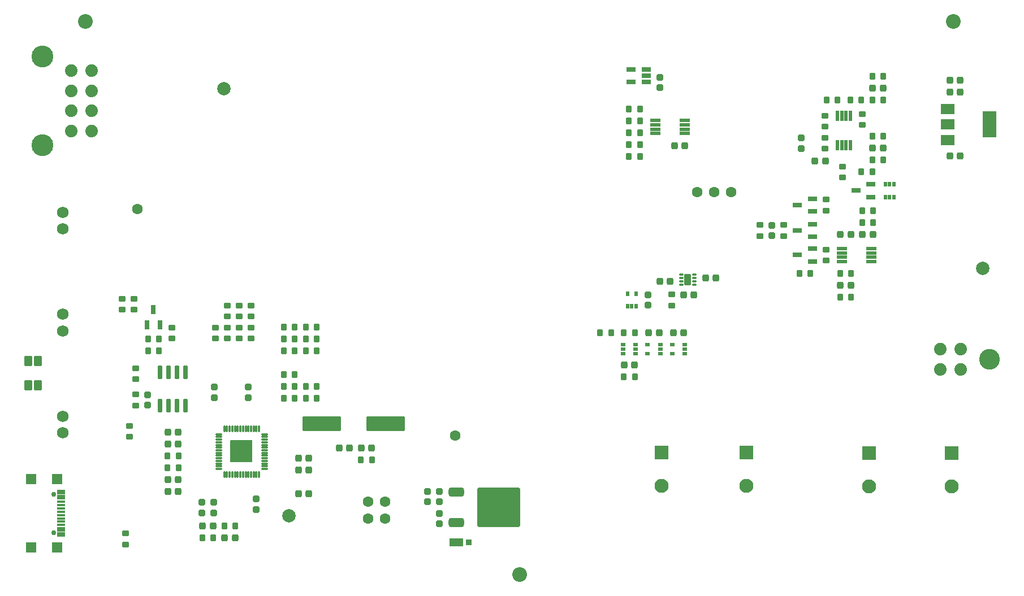
<source format=gbs>
G04 #@! TF.GenerationSoftware,KiCad,Pcbnew,7.0.1*
G04 #@! TF.CreationDate,2024-01-14T13:20:50-08:00*
G04 #@! TF.ProjectId,POWERCORE-V2.0_MOTHERBOARD,504f5745-5243-44f5-9245-2d56322e305f,rev?*
G04 #@! TF.SameCoordinates,PX791ddbePYb90347e*
G04 #@! TF.FileFunction,Soldermask,Bot*
G04 #@! TF.FilePolarity,Negative*
%FSLAX46Y46*%
G04 Gerber Fmt 4.6, Leading zero omitted, Abs format (unit mm)*
G04 Created by KiCad (PCBNEW 7.0.1) date 2024-01-14 13:20:50*
%MOMM*%
%LPD*%
G01*
G04 APERTURE LIST*
G04 Aperture macros list*
%AMRoundRect*
0 Rectangle with rounded corners*
0 $1 Rounding radius*
0 $2 $3 $4 $5 $6 $7 $8 $9 X,Y pos of 4 corners*
0 Add a 4 corners polygon primitive as box body*
4,1,4,$2,$3,$4,$5,$6,$7,$8,$9,$2,$3,0*
0 Add four circle primitives for the rounded corners*
1,1,$1+$1,$2,$3*
1,1,$1+$1,$4,$5*
1,1,$1+$1,$6,$7*
1,1,$1+$1,$8,$9*
0 Add four rect primitives between the rounded corners*
20,1,$1+$1,$2,$3,$4,$5,0*
20,1,$1+$1,$4,$5,$6,$7,0*
20,1,$1+$1,$6,$7,$8,$9,0*
20,1,$1+$1,$8,$9,$2,$3,0*%
G04 Aperture macros list end*
%ADD10C,1.879600*%
%ADD11C,3.276600*%
%ADD12C,1.752600*%
%ADD13C,2.201600*%
%ADD14RoundRect,0.050800X-1.000000X1.000000X-1.000000X-1.000000X1.000000X-1.000000X1.000000X1.000000X0*%
%ADD15C,2.101600*%
%ADD16C,3.101600*%
%ADD17RoundRect,0.250800X-0.275000X0.200000X-0.275000X-0.200000X0.275000X-0.200000X0.275000X0.200000X0*%
%ADD18RoundRect,0.275800X-0.250000X0.225000X-0.250000X-0.225000X0.250000X-0.225000X0.250000X0.225000X0*%
%ADD19RoundRect,0.250800X-0.200000X-0.275000X0.200000X-0.275000X0.200000X0.275000X-0.200000X0.275000X0*%
%ADD20RoundRect,0.275800X-0.225000X-0.250000X0.225000X-0.250000X0.225000X0.250000X-0.225000X0.250000X0*%
%ADD21RoundRect,0.050800X0.200000X-0.325000X0.200000X0.325000X-0.200000X0.325000X-0.200000X-0.325000X0*%
%ADD22RoundRect,0.250800X0.275000X-0.200000X0.275000X0.200000X-0.275000X0.200000X-0.275000X-0.200000X0*%
%ADD23RoundRect,0.275800X0.225000X0.250000X-0.225000X0.250000X-0.225000X-0.250000X0.225000X-0.250000X0*%
%ADD24C,1.601600*%
%ADD25RoundRect,0.250800X0.200000X0.275000X-0.200000X0.275000X-0.200000X-0.275000X0.200000X-0.275000X0*%
%ADD26RoundRect,0.200800X0.150000X-0.512500X0.150000X0.512500X-0.150000X0.512500X-0.150000X-0.512500X0*%
%ADD27RoundRect,0.300800X-0.850000X-0.350000X0.850000X-0.350000X0.850000X0.350000X-0.850000X0.350000X0*%
%ADD28RoundRect,0.300797X-2.950003X-2.650003X2.950003X-2.650003X2.950003X2.650003X-2.950003X2.650003X0*%
%ADD29RoundRect,0.050800X0.325000X0.200000X-0.325000X0.200000X-0.325000X-0.200000X0.325000X-0.200000X0*%
%ADD30RoundRect,0.275800X0.250000X-0.225000X0.250000X0.225000X-0.250000X0.225000X-0.250000X-0.225000X0*%
%ADD31RoundRect,0.100800X-0.050000X0.387500X-0.050000X-0.387500X0.050000X-0.387500X0.050000X0.387500X0*%
%ADD32RoundRect,0.100800X-0.387500X0.050000X-0.387500X-0.050000X0.387500X-0.050000X0.387500X0.050000X0*%
%ADD33RoundRect,0.050800X-1.600000X1.600000X-1.600000X-1.600000X1.600000X-1.600000X1.600000X1.600000X0*%
%ADD34RoundRect,0.200800X0.512500X0.150000X-0.512500X0.150000X-0.512500X-0.150000X0.512500X-0.150000X0*%
%ADD35RoundRect,0.050800X-0.325000X-0.200000X0.325000X-0.200000X0.325000X0.200000X-0.325000X0.200000X0*%
%ADD36RoundRect,0.050800X-0.200000X0.325000X-0.200000X-0.325000X0.200000X-0.325000X0.200000X0.325000X0*%
%ADD37RoundRect,0.050800X-0.725000X0.225000X-0.725000X-0.225000X0.725000X-0.225000X0.725000X0.225000X0*%
%ADD38RoundRect,0.200800X-0.150000X0.825000X-0.150000X-0.825000X0.150000X-0.825000X0.150000X0.825000X0*%
%ADD39RoundRect,0.050800X0.525000X-0.700000X0.525000X0.700000X-0.525000X0.700000X-0.525000X-0.700000X0*%
%ADD40RoundRect,0.050800X-1.000000X-0.550000X1.000000X-0.550000X1.000000X0.550000X-1.000000X0.550000X0*%
%ADD41RoundRect,0.050800X-0.400000X-0.400000X0.400000X-0.400000X0.400000X0.400000X-0.400000X0.400000X0*%
%ADD42RoundRect,0.050800X-0.250000X-0.125000X0.250000X-0.125000X0.250000X0.125000X-0.250000X0.125000X0*%
%ADD43RoundRect,0.050800X-0.450000X-0.800000X0.450000X-0.800000X0.450000X0.800000X-0.450000X0.800000X0*%
%ADD44C,2.000000*%
%ADD45RoundRect,0.050800X-1.000000X-0.750000X1.000000X-0.750000X1.000000X0.750000X-1.000000X0.750000X0*%
%ADD46RoundRect,0.050800X-1.000000X-1.900000X1.000000X-1.900000X1.000000X1.900000X-1.000000X1.900000X0*%
%ADD47RoundRect,0.050800X0.725000X-0.225000X0.725000X0.225000X-0.725000X0.225000X-0.725000X-0.225000X0*%
%ADD48RoundRect,0.050800X2.800000X1.050000X-2.800000X1.050000X-2.800000X-1.050000X2.800000X-1.050000X0*%
%ADD49RoundRect,0.050800X-0.225000X-0.725000X0.225000X-0.725000X0.225000X0.725000X-0.225000X0.725000X0*%
%ADD50C,0.751600*%
%ADD51RoundRect,0.050800X0.575000X-0.300000X0.575000X0.300000X-0.575000X0.300000X-0.575000X-0.300000X0*%
%ADD52RoundRect,0.050800X0.575000X-0.150000X0.575000X0.150000X-0.575000X0.150000X-0.575000X-0.150000X0*%
%ADD53RoundRect,0.050800X0.750000X-0.750000X0.750000X0.750000X-0.750000X0.750000X-0.750000X-0.750000X0*%
%ADD54RoundRect,0.050800X-0.750000X-0.750000X0.750000X-0.750000X0.750000X0.750000X-0.750000X0.750000X0*%
G04 APERTURE END LIST*
D10*
X7918000Y68584999D03*
X7918000Y71584999D03*
X7918000Y74584999D03*
X7918000Y77584999D03*
X10918000Y68584999D03*
X10918000Y71584999D03*
X10918000Y74584999D03*
X10918000Y77584999D03*
D11*
X3600000Y66430199D03*
X3600000Y79739799D03*
D12*
X6614322Y41100000D03*
X6614322Y38600000D03*
D13*
X75000002Y2102998D03*
D12*
X6614322Y56392060D03*
X6614322Y53892060D03*
D14*
X127381000Y20274677D03*
D15*
X127381000Y15274677D03*
D13*
X10000002Y84999998D03*
X140000002Y84999998D03*
D12*
X6614322Y25808000D03*
X6614322Y23308000D03*
D14*
X96266000Y20401677D03*
D15*
X96266000Y15401677D03*
D14*
X108966000Y20401677D03*
D15*
X108966000Y15401677D03*
D16*
X145355252Y34360998D03*
D10*
X141037252Y35860998D03*
X141037252Y32860998D03*
X138037252Y35860998D03*
X138037252Y32860998D03*
D14*
X139700000Y20274677D03*
D15*
X139700000Y15274677D03*
D17*
X120777002Y67570998D03*
X120777002Y65920998D03*
D18*
X35560002Y13418998D03*
X35560002Y11868998D03*
D19*
X39688002Y30296998D03*
X41338002Y30296998D03*
D20*
X127876002Y65983998D03*
X129426002Y65983998D03*
D21*
X92471002Y42300998D03*
X91821002Y42300998D03*
X91171002Y42300998D03*
X91171002Y44200998D03*
X92471002Y44200998D03*
D22*
X120904002Y49156998D03*
X120904002Y50806998D03*
D23*
X101105002Y44012998D03*
X99555002Y44012998D03*
D24*
X104140002Y59379998D03*
D19*
X22289002Y18104998D03*
X23939002Y18104998D03*
D23*
X23889002Y14548998D03*
X22339002Y14548998D03*
D25*
X88709002Y38297998D03*
X87059002Y38297998D03*
D24*
X65405002Y22930998D03*
D20*
X41897002Y14167998D03*
X43447002Y14167998D03*
D26*
X21143002Y39517496D03*
X19243002Y39517496D03*
X20193002Y41792496D03*
D27*
X65572002Y9855998D03*
D28*
X71872002Y12135998D03*
D27*
X65572002Y14415998D03*
D18*
X94234002Y44025998D03*
X94234002Y42475998D03*
D17*
X110998002Y54489998D03*
X110998002Y52839998D03*
D19*
X123000002Y43631998D03*
X124650002Y43631998D03*
D25*
X93027002Y68269998D03*
X91377002Y68269998D03*
D19*
X126302002Y54807998D03*
X127952002Y54807998D03*
D22*
X17526002Y27439998D03*
X17526002Y29089998D03*
D29*
X96073002Y36534998D03*
X96073002Y35884998D03*
X96073002Y35234998D03*
X94173002Y35234998D03*
X94173002Y36534998D03*
D30*
X34417002Y28632998D03*
X34417002Y30182998D03*
D19*
X90615002Y38297998D03*
X92265002Y38297998D03*
D23*
X23889002Y16326998D03*
X22339002Y16326998D03*
D20*
X94348002Y38297998D03*
X95898002Y38297998D03*
D19*
X127826002Y64205998D03*
X129476002Y64205998D03*
D30*
X29337002Y28632998D03*
X29337002Y30182998D03*
D17*
X120777002Y70872998D03*
X120777002Y69222998D03*
D20*
X98031002Y38297998D03*
X99581002Y38297998D03*
D31*
X30801002Y23955498D03*
X31201002Y23955498D03*
X31601002Y23955498D03*
X32001002Y23955498D03*
X32401002Y23955498D03*
X32801002Y23955498D03*
X33201002Y23955498D03*
X33601002Y23955498D03*
X34001002Y23955498D03*
X34401002Y23955498D03*
X34801002Y23955498D03*
X35201002Y23955498D03*
X35601002Y23955498D03*
X36001002Y23955498D03*
D32*
X36838502Y23117998D03*
X36838502Y22717998D03*
X36838502Y22317998D03*
X36838502Y21917998D03*
X36838502Y21517998D03*
X36838502Y21117998D03*
X36838502Y20717998D03*
X36838502Y20317998D03*
X36838502Y19917998D03*
X36838502Y19517998D03*
X36838502Y19117998D03*
X36838502Y18717998D03*
X36838502Y18317998D03*
X36838502Y17917998D03*
D31*
X36001002Y17080498D03*
X35601002Y17080498D03*
X35201002Y17080498D03*
X34801002Y17080498D03*
X34401002Y17080498D03*
X34001002Y17080498D03*
X33601002Y17080498D03*
X33201002Y17080498D03*
X32801002Y17080498D03*
X32401002Y17080498D03*
X32001002Y17080498D03*
X31601002Y17080498D03*
X31201002Y17080498D03*
X30801002Y17080498D03*
D32*
X29963502Y17917998D03*
X29963502Y18317998D03*
X29963502Y18717998D03*
X29963502Y19117998D03*
X29963502Y19517998D03*
X29963502Y19917998D03*
X29963502Y20317998D03*
X29963502Y20717998D03*
X29963502Y21117998D03*
X29963502Y21517998D03*
X29963502Y21917998D03*
X29963502Y22317998D03*
X29963502Y22717998D03*
X29963502Y23117998D03*
D33*
X33401002Y20517998D03*
D34*
X118866502Y54614998D03*
X118866502Y52714998D03*
X116591502Y53664998D03*
D19*
X42990002Y30296998D03*
X44640002Y30296998D03*
D25*
X93027002Y71825998D03*
X91377002Y71825998D03*
D35*
X90490002Y35234998D03*
X90490002Y35884998D03*
X90490002Y36534998D03*
X92390002Y36534998D03*
X92390002Y35884998D03*
X92390002Y35234998D03*
D19*
X39688002Y39186998D03*
X41338002Y39186998D03*
D36*
X129779002Y60583998D03*
X130429002Y60583998D03*
X131079002Y60583998D03*
X131079002Y58683998D03*
X130429002Y58683998D03*
X129779002Y58683998D03*
D25*
X44640002Y39186998D03*
X42990002Y39186998D03*
D19*
X19368002Y35630998D03*
X21018002Y35630998D03*
X91377002Y66491998D03*
X93027002Y66491998D03*
D37*
X127676002Y50956998D03*
X127676002Y50306998D03*
X127676002Y49656998D03*
X127676002Y49006998D03*
X123276002Y49006998D03*
X123276002Y49656998D03*
X123276002Y50306998D03*
X123276002Y50956998D03*
D20*
X41897002Y17723998D03*
X43447002Y17723998D03*
D17*
X114554002Y54489998D03*
X114554002Y52839998D03*
D25*
X52895002Y19247998D03*
X51245002Y19247998D03*
X41338002Y28518998D03*
X39688002Y28518998D03*
D38*
X21209002Y32390998D03*
X22479002Y32390998D03*
X23749002Y32390998D03*
X25019002Y32390998D03*
X25019002Y27440998D03*
X23749002Y27440998D03*
X22479002Y27440998D03*
X21209002Y27440998D03*
D39*
X2879000Y30458000D03*
X2879000Y34058000D03*
X1439000Y30458000D03*
X1439000Y34058000D03*
D25*
X122618002Y73222998D03*
X120968002Y73222998D03*
D22*
X34798002Y37472998D03*
X34798002Y39122998D03*
X16637002Y22740998D03*
X16637002Y24390998D03*
X126365002Y69476998D03*
X126365002Y71126998D03*
D17*
X120904002Y58299998D03*
X120904002Y56649998D03*
D34*
X127629502Y60583998D03*
X127629502Y58683998D03*
X125354502Y59633998D03*
D18*
X112776002Y54439998D03*
X112776002Y52889998D03*
D17*
X16002002Y8261998D03*
X16002002Y6611998D03*
D18*
X27432002Y12910998D03*
X27432002Y11360998D03*
D22*
X31242002Y37472998D03*
X31242002Y39122998D03*
D24*
X17780002Y56839998D03*
D25*
X32448002Y9341998D03*
X30798002Y9341998D03*
D23*
X97549000Y46044998D03*
X95999000Y46044998D03*
D40*
X65541000Y6928998D03*
D41*
X67441000Y6928998D03*
D30*
X96012000Y75044000D03*
X96012000Y76594000D03*
D25*
X129476002Y76778998D03*
X127826002Y76778998D03*
D20*
X30848002Y7563998D03*
X32398002Y7563998D03*
D23*
X127902002Y53029998D03*
X126352002Y53029998D03*
D19*
X39688002Y32074998D03*
X41338002Y32074998D03*
D25*
X126174002Y73222998D03*
X124524002Y73222998D03*
D17*
X22987004Y39122998D03*
X22987004Y37472998D03*
D23*
X92215002Y33471998D03*
X90665002Y33471998D03*
D22*
X34798002Y40774998D03*
X34798002Y42424998D03*
D25*
X93027002Y64713998D03*
X91377002Y64713998D03*
D19*
X42990002Y28518998D03*
X44640002Y28518998D03*
D42*
X99253000Y45548998D03*
X99253000Y46048998D03*
X99253000Y46548998D03*
X99253000Y47048998D03*
X101153000Y47048998D03*
X101153000Y46548998D03*
X101153000Y46048998D03*
X101153000Y45548998D03*
D43*
X100203000Y46298998D03*
D23*
X23889002Y21660998D03*
X22339002Y21660998D03*
D17*
X33020002Y42424998D03*
X33020002Y40774998D03*
D24*
X54864002Y10484998D03*
D30*
X19304002Y27489998D03*
X19304002Y29039998D03*
D20*
X41897002Y19501998D03*
X43447002Y19501998D03*
D17*
X123380002Y63252998D03*
X123380002Y61602998D03*
D20*
X139433002Y76143998D03*
X140983002Y76143998D03*
D44*
X40513002Y10865998D03*
D19*
X22289002Y19882998D03*
X23939002Y19882998D03*
D23*
X52845002Y21025998D03*
X51295002Y21025998D03*
D19*
X42990002Y35630998D03*
X44640002Y35630998D03*
D24*
X106680002Y59379998D03*
D17*
X29464002Y39122998D03*
X29464002Y37472998D03*
D20*
X139433002Y64840998D03*
X140983002Y64840998D03*
D44*
X144399002Y47949998D03*
D23*
X49543002Y21025998D03*
X47993002Y21025998D03*
D17*
X15494002Y43440998D03*
X15494002Y41790998D03*
D19*
X127826002Y73222998D03*
X129476002Y73222998D03*
D18*
X29210002Y12910998D03*
X29210002Y11360998D03*
D22*
X97790002Y42425998D03*
X97790002Y44075998D03*
D45*
X139090002Y67239998D03*
X139090002Y69539998D03*
D46*
X145390002Y69539998D03*
D45*
X139090002Y71839998D03*
D20*
X123050002Y45409998D03*
X124600002Y45409998D03*
X123050002Y53029998D03*
X124600002Y53029998D03*
D25*
X124650002Y47187998D03*
X123000002Y47187998D03*
D47*
X95336002Y68183998D03*
X95336002Y68833998D03*
X95336002Y69483998D03*
X95336002Y70133998D03*
X99736002Y70133998D03*
X99736002Y69483998D03*
X99736002Y68833998D03*
X99736002Y68183998D03*
D23*
X29096002Y9341998D03*
X27546002Y9341998D03*
D25*
X127952002Y56585998D03*
X126302002Y56585998D03*
D30*
X62992002Y9709998D03*
X62992002Y11259998D03*
D20*
X102857002Y46552998D03*
X104407002Y46552998D03*
D17*
X17272002Y43440998D03*
X17272002Y41790998D03*
D19*
X90615002Y31693998D03*
X92265002Y31693998D03*
D18*
X62992002Y14561998D03*
X62992002Y13011998D03*
D29*
X99756002Y36534998D03*
X99756002Y35884998D03*
X99756002Y35234998D03*
X97856002Y35234998D03*
X97856002Y36534998D03*
D22*
X17526002Y31376998D03*
X17526002Y33026998D03*
D20*
X139433002Y74365998D03*
X140983002Y74365998D03*
D19*
X39688002Y35630998D03*
X41338002Y35630998D03*
X127826002Y67761998D03*
X129476002Y67761998D03*
D30*
X117221002Y65970998D03*
X117221002Y67520998D03*
D48*
X54915002Y24708998D03*
X45415002Y24708998D03*
D19*
X42990002Y37408998D03*
X44640002Y37408998D03*
D23*
X99749002Y66364998D03*
X98199002Y66364998D03*
D22*
X33020002Y37472998D03*
X33020002Y39122998D03*
D25*
X41338002Y37408998D03*
X39688002Y37408998D03*
D23*
X23889002Y23438998D03*
X22339002Y23438998D03*
D34*
X118866502Y50931998D03*
X118866502Y49031998D03*
X116591502Y49981998D03*
D49*
X122596002Y70850998D03*
X123246002Y70850998D03*
X123896002Y70850998D03*
X124546002Y70850998D03*
X124546002Y66450998D03*
X123896002Y66450998D03*
X123246002Y66450998D03*
X122596002Y66450998D03*
D44*
X30734002Y74873998D03*
D24*
X52324002Y13024998D03*
D34*
X93974500Y77785000D03*
X93974500Y76835000D03*
X93974500Y75885000D03*
X91699500Y75885000D03*
X91699500Y77785000D03*
D25*
X118554002Y47187998D03*
X116904002Y47187998D03*
D24*
X52324002Y10484998D03*
D25*
X21018002Y37408998D03*
X19368002Y37408998D03*
D34*
X118866502Y58424998D03*
X118866502Y56524998D03*
X116591502Y57474998D03*
D19*
X126175002Y62427998D03*
X127825002Y62427998D03*
D20*
X127876002Y75000998D03*
X129426002Y75000998D03*
D22*
X31242002Y40774998D03*
X31242002Y42424998D03*
D18*
X61214002Y14561998D03*
X61214002Y13011998D03*
D25*
X93027002Y70047998D03*
X91377002Y70047998D03*
D50*
X5280000Y8375000D03*
X5280000Y14155000D03*
D51*
X6355000Y8065000D03*
X6355000Y8865000D03*
D52*
X6355000Y10015000D03*
X6355000Y11015000D03*
X6355000Y11515000D03*
X6355000Y12515000D03*
D51*
X6355000Y13665000D03*
X6355000Y14465000D03*
X6355000Y14465000D03*
X6355000Y13665000D03*
D52*
X6355000Y13015000D03*
X6355000Y12015000D03*
X6355000Y10515000D03*
X6355000Y9515000D03*
D51*
X6355000Y8865000D03*
X6355000Y8065000D03*
D53*
X1850000Y6145000D03*
D54*
X5780000Y6145000D03*
D53*
X1850000Y16385000D03*
X5780000Y16385000D03*
D24*
X54864002Y13024998D03*
D23*
X120790002Y64078998D03*
X119240002Y64078998D03*
D19*
X27496002Y7563998D03*
X29146002Y7563998D03*
D24*
X101600002Y59379998D03*
G36*
X74821198Y9186280D02*
G01*
X74821334Y9184367D01*
X74819798Y9183219D01*
X74819791Y9183218D01*
X74819508Y9183198D01*
X68924496Y9183198D01*
X68923082Y9183784D01*
X68923081Y9183785D01*
X68922495Y9185199D01*
X68923081Y9186613D01*
X68924495Y9187199D01*
X74819515Y9187199D01*
X74821198Y9186280D01*
G37*
G36*
X75124786Y14783760D02*
G01*
X75124787Y14783752D01*
X75124802Y14783504D01*
X75124802Y12093998D01*
X75123802Y12092266D01*
X75121802Y12092266D01*
X75120802Y12093998D01*
X75120801Y14783512D01*
X75121730Y14785201D01*
X75123654Y14785321D01*
X75124786Y14783760D01*
G37*
M02*

</source>
